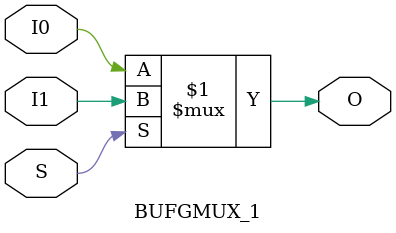
<source format=v>

`timescale  1 ps / 1 ps

module BUFGMUX_1 (O, I0, I1, S);

    parameter CLK_SEL_TYPE = "SYNC";
    output O;

    input  I0, I1, S;
    // mgc Viretex2 support, fill bbox with logic. bbox from Xilinx
    assign O = S ? I1 : I0 ;

endmodule

</source>
